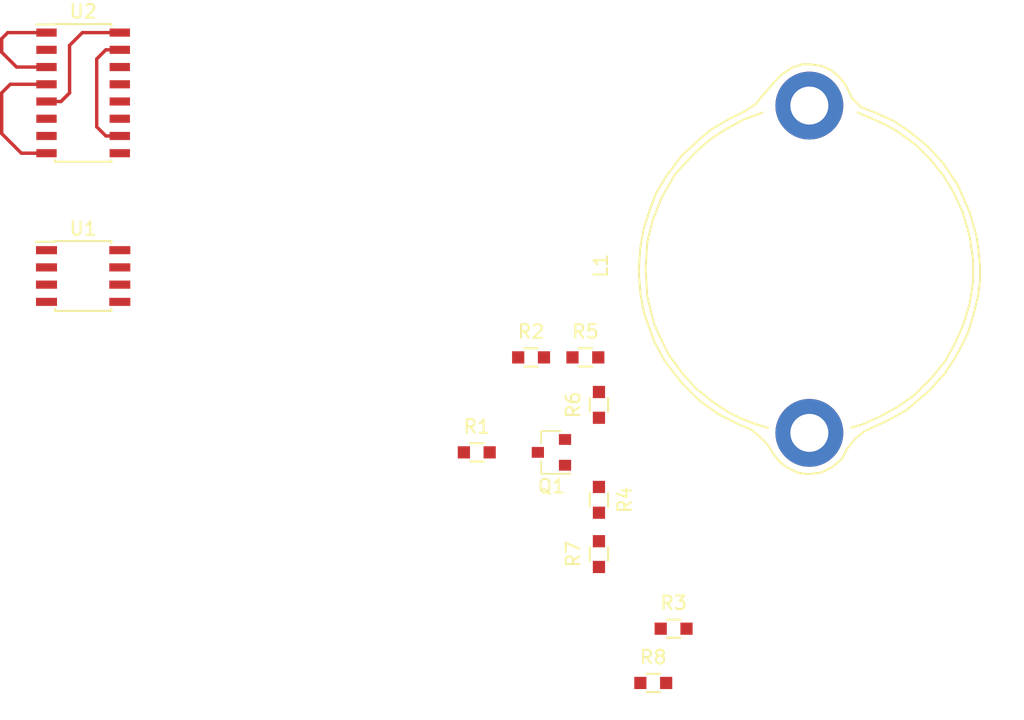
<source format=kicad_pcb>
(kicad_pcb (version 4) (host pcbnew 4.0.7-e0-6372~58~ubuntu16.10.1)

  (general
    (links 15)
    (no_connects 11)
    (area 0 0 0 0)
    (thickness 1.6)
    (drawings 0)
    (tracks 21)
    (zones 0)
    (modules 12)
    (nets 11)
  )

  (page A4)
  (layers
    (0 F.Cu signal)
    (31 B.Cu signal)
    (32 B.Adhes user)
    (33 F.Adhes user)
    (34 B.Paste user)
    (35 F.Paste user)
    (36 B.SilkS user)
    (37 F.SilkS user)
    (38 B.Mask user)
    (39 F.Mask user)
    (40 Dwgs.User user)
    (41 Cmts.User user)
    (42 Eco1.User user)
    (43 Eco2.User user)
    (44 Edge.Cuts user)
    (45 Margin user)
    (46 B.CrtYd user)
    (47 F.CrtYd user)
    (48 B.Fab user)
    (49 F.Fab user)
  )

  (setup
    (last_trace_width 0.25)
    (trace_clearance 0.2)
    (zone_clearance 0.508)
    (zone_45_only no)
    (trace_min 0.2)
    (segment_width 0.2)
    (edge_width 0.15)
    (via_size 0.6)
    (via_drill 0.4)
    (via_min_size 0.4)
    (via_min_drill 0.3)
    (uvia_size 0.3)
    (uvia_drill 0.1)
    (uvias_allowed no)
    (uvia_min_size 0.2)
    (uvia_min_drill 0.1)
    (pcb_text_width 0.3)
    (pcb_text_size 1.5 1.5)
    (mod_edge_width 0.15)
    (mod_text_size 1 1)
    (mod_text_width 0.15)
    (pad_size 1.524 1.524)
    (pad_drill 0.762)
    (pad_to_mask_clearance 0.2)
    (aux_axis_origin 0 0)
    (visible_elements FFFFFF7F)
    (pcbplotparams
      (layerselection 0x00030_80000001)
      (usegerberextensions false)
      (excludeedgelayer true)
      (linewidth 0.100000)
      (plotframeref false)
      (viasonmask false)
      (mode 1)
      (useauxorigin false)
      (hpglpennumber 1)
      (hpglpenspeed 20)
      (hpglpendiameter 15)
      (hpglpenoverlay 2)
      (psnegative false)
      (psa4output false)
      (plotreference true)
      (plotvalue true)
      (plotinvisibletext false)
      (padsonsilk false)
      (subtractmaskfromsilk false)
      (outputformat 1)
      (mirror false)
      (drillshape 1)
      (scaleselection 1)
      (outputdirectory ""))
  )

  (net 0 "")
  (net 1 "Net-(J1-Pad1)")
  (net 2 "Net-(L1-Pad2)")
  (net 3 "Net-(C1-Pad1)")
  (net 4 "Net-(Q1-Pad2)")
  (net 5 "Net-(Q1-Pad3)")
  (net 6 GNDA)
  (net 7 AudioIn)
  (net 8 AudioOut)
  (net 9 FXIN)
  (net 10 "Net-(R12-Pad2)")

  (net_class Default "This is the default net class."
    (clearance 0.2)
    (trace_width 0.25)
    (via_dia 0.6)
    (via_drill 0.4)
    (uvia_dia 0.3)
    (uvia_drill 0.1)
    (add_net AudioIn)
    (add_net AudioOut)
    (add_net FXIN)
    (add_net GNDA)
    (add_net "Net-(C1-Pad1)")
    (add_net "Net-(J1-Pad1)")
    (add_net "Net-(L1-Pad2)")
    (add_net "Net-(Q1-Pad2)")
    (add_net "Net-(Q1-Pad3)")
    (add_net "Net-(R12-Pad2)")
  )

  (module Choke_Radial_ThroughHole:Choke_Radial_27mm_2,8mm-Drills_CD_Bobin_Type_No1410311 (layer F.Cu) (tedit 0) (tstamp 5A9D3F17)
    (at 136 91 90)
    (descr "Choke, Radial, Bobin Type, Diameter, 27mm, 2.8mm Drill, C&D, No.1410311, 22uH, 11A,")
    (tags "Choke, Radial, Bobin Type, Diameter, 27mm, 2.8mm Drill, C&D, No.1410311, 22uH, 11A,")
    (path /5A9D3C2D)
    (fp_text reference L1 (at 0.254 -15.367 90) (layer F.SilkS)
      (effects (font (size 1 1) (thickness 0.15)))
    )
    (fp_text value L (at 1.905 14.986 90) (layer F.Fab)
      (effects (font (size 1 1) (thickness 0.15)))
    )
    (fp_line (start -11.684 -3.048) (end -11.43 -3.937) (layer F.SilkS) (width 0.15))
    (fp_line (start -11.43 -3.937) (end -11.049 -4.953) (layer F.SilkS) (width 0.15))
    (fp_line (start -11.049 -4.953) (end -10.541 -5.969) (layer F.SilkS) (width 0.15))
    (fp_line (start -10.541 -5.969) (end -9.779 -7.112) (layer F.SilkS) (width 0.15))
    (fp_line (start -9.779 -7.112) (end -8.763 -8.382) (layer F.SilkS) (width 0.15))
    (fp_line (start -8.763 -8.382) (end -7.62 -9.398) (layer F.SilkS) (width 0.15))
    (fp_line (start -7.62 -9.398) (end -6.223 -10.414) (layer F.SilkS) (width 0.15))
    (fp_line (start -6.223 -10.414) (end -4.064 -11.43) (layer F.SilkS) (width 0.15))
    (fp_line (start -4.064 -11.43) (end -2.032 -11.938) (layer F.SilkS) (width 0.15))
    (fp_line (start -2.032 -11.938) (end 0 -12.065) (layer F.SilkS) (width 0.15))
    (fp_line (start 0 -12.065) (end 2.032 -11.938) (layer F.SilkS) (width 0.15))
    (fp_line (start 2.032 -11.938) (end 3.556 -11.557) (layer F.SilkS) (width 0.15))
    (fp_line (start 3.556 -11.557) (end 5.207 -10.922) (layer F.SilkS) (width 0.15))
    (fp_line (start 5.207 -10.922) (end 6.985 -9.906) (layer F.SilkS) (width 0.15))
    (fp_line (start 6.985 -9.906) (end 8.509 -8.509) (layer F.SilkS) (width 0.15))
    (fp_line (start 8.509 -8.509) (end 9.525 -7.366) (layer F.SilkS) (width 0.15))
    (fp_line (start 9.525 -7.366) (end 10.287 -6.223) (layer F.SilkS) (width 0.15))
    (fp_line (start 10.287 -6.223) (end 11.049 -4.826) (layer F.SilkS) (width 0.15))
    (fp_line (start 11.049 -4.826) (end 11.557 -3.429) (layer F.SilkS) (width 0.15))
    (fp_line (start 11.557 3.556) (end 11.176 4.445) (layer F.SilkS) (width 0.15))
    (fp_line (start 11.176 4.445) (end 10.668 5.588) (layer F.SilkS) (width 0.15))
    (fp_line (start 10.668 5.588) (end 10.16 6.477) (layer F.SilkS) (width 0.15))
    (fp_line (start 10.16 6.477) (end 9.144 7.874) (layer F.SilkS) (width 0.15))
    (fp_line (start 9.144 7.874) (end 8.128 8.89) (layer F.SilkS) (width 0.15))
    (fp_line (start 8.128 8.89) (end 6.858 9.906) (layer F.SilkS) (width 0.15))
    (fp_line (start 6.858 9.906) (end 5.588 10.668) (layer F.SilkS) (width 0.15))
    (fp_line (start 5.588 10.668) (end 4.191 11.303) (layer F.SilkS) (width 0.15))
    (fp_line (start 4.191 11.303) (end 2.413 11.811) (layer F.SilkS) (width 0.15))
    (fp_line (start 2.413 11.811) (end 0.635 12.065) (layer F.SilkS) (width 0.15))
    (fp_line (start 0.635 12.065) (end -0.889 12.065) (layer F.SilkS) (width 0.15))
    (fp_line (start -0.889 12.065) (end -2.54 11.811) (layer F.SilkS) (width 0.15))
    (fp_line (start -2.54 11.811) (end -4.191 11.303) (layer F.SilkS) (width 0.15))
    (fp_line (start -4.191 11.303) (end -5.588 10.668) (layer F.SilkS) (width 0.15))
    (fp_line (start -5.588 10.668) (end -6.731 10.033) (layer F.SilkS) (width 0.15))
    (fp_line (start -6.731 10.033) (end -8.001 9.017) (layer F.SilkS) (width 0.15))
    (fp_line (start -8.001 9.017) (end -9.271 7.747) (layer F.SilkS) (width 0.15))
    (fp_line (start -9.271 7.747) (end -10.16 6.477) (layer F.SilkS) (width 0.15))
    (fp_line (start -10.16 6.477) (end -10.795 5.334) (layer F.SilkS) (width 0.15))
    (fp_line (start -10.795 5.334) (end -11.43 3.937) (layer F.SilkS) (width 0.15))
    (fp_line (start -11.43 3.937) (end -11.684 3.048) (layer F.SilkS) (width 0.15))
    (fp_line (start 15.113 0) (end 14.986 0.889) (layer F.SilkS) (width 0.15))
    (fp_line (start 14.986 0.889) (end 14.732 1.524) (layer F.SilkS) (width 0.15))
    (fp_line (start 14.732 1.524) (end 14.224 2.159) (layer F.SilkS) (width 0.15))
    (fp_line (start 14.224 2.159) (end 13.589 2.667) (layer F.SilkS) (width 0.15))
    (fp_line (start 13.589 2.667) (end 12.573 3.175) (layer F.SilkS) (width 0.15))
    (fp_line (start 12.573 3.175) (end 11.938 3.81) (layer F.SilkS) (width 0.15))
    (fp_line (start 11.938 3.81) (end 11.557 4.826) (layer F.SilkS) (width 0.15))
    (fp_line (start 11.557 4.826) (end 10.922 6.223) (layer F.SilkS) (width 0.15))
    (fp_line (start 10.922 6.223) (end 10.16 7.366) (layer F.SilkS) (width 0.15))
    (fp_line (start 10.16 7.366) (end 9.017 8.763) (layer F.SilkS) (width 0.15))
    (fp_line (start 9.017 8.763) (end 7.747 9.906) (layer F.SilkS) (width 0.15))
    (fp_line (start 7.747 9.906) (end 6.223 10.922) (layer F.SilkS) (width 0.15))
    (fp_line (start 6.223 10.922) (end 4.191 11.811) (layer F.SilkS) (width 0.15))
    (fp_line (start 4.191 11.811) (end 2.413 12.319) (layer F.SilkS) (width 0.15))
    (fp_line (start 2.413 12.319) (end 1.524 12.446) (layer F.SilkS) (width 0.15))
    (fp_line (start 1.524 12.446) (end 0.254 12.573) (layer F.SilkS) (width 0.15))
    (fp_line (start 0.254 12.573) (end -0.762 12.573) (layer F.SilkS) (width 0.15))
    (fp_line (start -0.762 12.573) (end -1.905 12.446) (layer F.SilkS) (width 0.15))
    (fp_line (start -1.905 12.446) (end -3.429 12.065) (layer F.SilkS) (width 0.15))
    (fp_line (start -3.429 12.065) (end -4.699 11.684) (layer F.SilkS) (width 0.15))
    (fp_line (start -4.699 11.684) (end -6.223 10.922) (layer F.SilkS) (width 0.15))
    (fp_line (start -6.223 10.922) (end -7.62 10.033) (layer F.SilkS) (width 0.15))
    (fp_line (start -7.62 10.033) (end -9.017 8.763) (layer F.SilkS) (width 0.15))
    (fp_line (start -9.017 8.763) (end -10.414 7.112) (layer F.SilkS) (width 0.15))
    (fp_line (start -10.414 7.112) (end -11.176 5.715) (layer F.SilkS) (width 0.15))
    (fp_line (start -11.176 5.715) (end -11.938 4.064) (layer F.SilkS) (width 0.15))
    (fp_line (start -11.938 4.064) (end -12.446 3.429) (layer F.SilkS) (width 0.15))
    (fp_line (start -12.446 3.429) (end -13.208 2.794) (layer F.SilkS) (width 0.15))
    (fp_line (start -13.208 2.794) (end -13.97 2.413) (layer F.SilkS) (width 0.15))
    (fp_line (start -13.97 2.413) (end -14.605 1.651) (layer F.SilkS) (width 0.15))
    (fp_line (start -14.605 1.651) (end -14.986 0.889) (layer F.SilkS) (width 0.15))
    (fp_line (start -14.986 0.889) (end -15.113 -0.127) (layer F.SilkS) (width 0.15))
    (fp_line (start -15.113 -0.127) (end -14.986 -0.889) (layer F.SilkS) (width 0.15))
    (fp_line (start -14.986 -0.889) (end -14.605 -1.651) (layer F.SilkS) (width 0.15))
    (fp_line (start -14.605 -1.651) (end -14.224 -2.159) (layer F.SilkS) (width 0.15))
    (fp_line (start -14.224 -2.159) (end -13.589 -2.667) (layer F.SilkS) (width 0.15))
    (fp_line (start -13.589 -2.667) (end -12.954 -3.048) (layer F.SilkS) (width 0.15))
    (fp_line (start -12.954 -3.048) (end -12.319 -3.683) (layer F.SilkS) (width 0.15))
    (fp_line (start -12.319 -3.683) (end -11.811 -4.318) (layer F.SilkS) (width 0.15))
    (fp_line (start -11.811 -4.318) (end -11.43 -5.207) (layer F.SilkS) (width 0.15))
    (fp_line (start -11.43 -5.207) (end -10.668 -6.731) (layer F.SilkS) (width 0.15))
    (fp_line (start -10.668 -6.731) (end -9.652 -8.128) (layer F.SilkS) (width 0.15))
    (fp_line (start -9.652 -8.128) (end -8.382 -9.398) (layer F.SilkS) (width 0.15))
    (fp_line (start -8.382 -9.398) (end -6.731 -10.668) (layer F.SilkS) (width 0.15))
    (fp_line (start -6.731 -10.668) (end -5.334 -11.43) (layer F.SilkS) (width 0.15))
    (fp_line (start -5.334 -11.43) (end -3.175 -12.192) (layer F.SilkS) (width 0.15))
    (fp_line (start -3.175 -12.192) (end -1.778 -12.446) (layer F.SilkS) (width 0.15))
    (fp_line (start -1.778 -12.446) (end -0.127 -12.573) (layer F.SilkS) (width 0.15))
    (fp_line (start -0.127 -12.573) (end 1.651 -12.446) (layer F.SilkS) (width 0.15))
    (fp_line (start 1.651 -12.446) (end 3.048 -12.192) (layer F.SilkS) (width 0.15))
    (fp_line (start 3.048 -12.192) (end 4.572 -11.684) (layer F.SilkS) (width 0.15))
    (fp_line (start 4.572 -11.684) (end 5.588 -11.303) (layer F.SilkS) (width 0.15))
    (fp_line (start 5.588 -11.303) (end 6.858 -10.541) (layer F.SilkS) (width 0.15))
    (fp_line (start 6.858 -10.541) (end 8.382 -9.398) (layer F.SilkS) (width 0.15))
    (fp_line (start 8.382 -9.398) (end 9.652 -8.001) (layer F.SilkS) (width 0.15))
    (fp_line (start 9.652 -8.001) (end 10.287 -7.239) (layer F.SilkS) (width 0.15))
    (fp_line (start 10.287 -7.239) (end 11.049 -5.969) (layer F.SilkS) (width 0.15))
    (fp_line (start 11.049 -5.969) (end 11.684 -4.699) (layer F.SilkS) (width 0.15))
    (fp_line (start 11.684 -4.699) (end 12.192 -3.937) (layer F.SilkS) (width 0.15))
    (fp_line (start 12.192 -3.937) (end 12.827 -3.429) (layer F.SilkS) (width 0.15))
    (fp_line (start 12.827 -3.429) (end 13.843 -2.54) (layer F.SilkS) (width 0.15))
    (fp_line (start 13.843 -2.54) (end 14.351 -2.032) (layer F.SilkS) (width 0.15))
    (fp_line (start 14.351 -2.032) (end 14.859 -1.27) (layer F.SilkS) (width 0.15))
    (fp_line (start 14.859 -1.27) (end 15.113 -0.508) (layer F.SilkS) (width 0.15))
    (fp_line (start 15.113 -0.508) (end 15.113 0) (layer F.SilkS) (width 0.15))
    (pad 1 thru_hole circle (at 12.065 0 90) (size 5.00126 5.00126) (drill 2.79908) (layers *.Cu *.Mask)
      (net 1 "Net-(J1-Pad1)"))
    (pad 2 thru_hole circle (at -12.065 0 90) (size 5.00126 5.00126) (drill 2.79908) (layers *.Cu *.Mask)
      (net 2 "Net-(L1-Pad2)"))
  )

  (module TO_SOT_Packages_SMD:SOT-23 (layer F.Cu) (tedit 58CE4E7E) (tstamp 5A9D3F1E)
    (at 117 104.5 180)
    (descr "SOT-23, Standard")
    (tags SOT-23)
    (path /5A9D6467)
    (attr smd)
    (fp_text reference Q1 (at 0 -2.5 180) (layer F.SilkS)
      (effects (font (size 1 1) (thickness 0.15)))
    )
    (fp_text value Q_NPN_BEC (at 0 2.5 180) (layer F.Fab)
      (effects (font (size 1 1) (thickness 0.15)))
    )
    (fp_text user %R (at 0 0 270) (layer F.Fab)
      (effects (font (size 0.5 0.5) (thickness 0.075)))
    )
    (fp_line (start -0.7 -0.95) (end -0.7 1.5) (layer F.Fab) (width 0.1))
    (fp_line (start -0.15 -1.52) (end 0.7 -1.52) (layer F.Fab) (width 0.1))
    (fp_line (start -0.7 -0.95) (end -0.15 -1.52) (layer F.Fab) (width 0.1))
    (fp_line (start 0.7 -1.52) (end 0.7 1.52) (layer F.Fab) (width 0.1))
    (fp_line (start -0.7 1.52) (end 0.7 1.52) (layer F.Fab) (width 0.1))
    (fp_line (start 0.76 1.58) (end 0.76 0.65) (layer F.SilkS) (width 0.12))
    (fp_line (start 0.76 -1.58) (end 0.76 -0.65) (layer F.SilkS) (width 0.12))
    (fp_line (start -1.7 -1.75) (end 1.7 -1.75) (layer F.CrtYd) (width 0.05))
    (fp_line (start 1.7 -1.75) (end 1.7 1.75) (layer F.CrtYd) (width 0.05))
    (fp_line (start 1.7 1.75) (end -1.7 1.75) (layer F.CrtYd) (width 0.05))
    (fp_line (start -1.7 1.75) (end -1.7 -1.75) (layer F.CrtYd) (width 0.05))
    (fp_line (start 0.76 -1.58) (end -1.4 -1.58) (layer F.SilkS) (width 0.12))
    (fp_line (start 0.76 1.58) (end -0.7 1.58) (layer F.SilkS) (width 0.12))
    (pad 1 smd rect (at -1 -0.95 180) (size 0.9 0.8) (layers F.Cu F.Paste F.Mask)
      (net 3 "Net-(C1-Pad1)"))
    (pad 2 smd rect (at -1 0.95 180) (size 0.9 0.8) (layers F.Cu F.Paste F.Mask)
      (net 4 "Net-(Q1-Pad2)"))
    (pad 3 smd rect (at 1 0 180) (size 0.9 0.8) (layers F.Cu F.Paste F.Mask)
      (net 5 "Net-(Q1-Pad3)"))
    (model ${KISYS3DMOD}/TO_SOT_Packages_SMD.3dshapes/SOT-23.wrl
      (at (xyz 0 0 0))
      (scale (xyz 1 1 1))
      (rotate (xyz 0 0 0))
    )
  )

  (module Resistors_SMD_Addons:R_0603_HandSolder (layer F.Cu) (tedit 583AC727) (tstamp 5A9D3F24)
    (at 111.5 104.5)
    (descr "Resistor SMD 0603, reflow soldering, Vishay (see dcrcw.pdf)")
    (tags "resistor 0603 hand solder")
    (path /5A9D3A1E)
    (attr smd)
    (fp_text reference R1 (at 0 -1.9) (layer F.SilkS)
      (effects (font (size 1 1) (thickness 0.15)))
    )
    (fp_text value 22K (at 0 1.9) (layer F.Fab)
      (effects (font (size 1 1) (thickness 0.15)))
    )
    (fp_line (start -0.8 0.4) (end -0.8 -0.4) (layer F.Fab) (width 0.1))
    (fp_line (start 0.8 0.4) (end -0.8 0.4) (layer F.Fab) (width 0.1))
    (fp_line (start 0.8 -0.4) (end 0.8 0.4) (layer F.Fab) (width 0.1))
    (fp_line (start -0.8 -0.4) (end 0.8 -0.4) (layer F.Fab) (width 0.1))
    (fp_line (start -1.3 -0.8) (end 1.3 -0.8) (layer F.CrtYd) (width 0.05))
    (fp_line (start -1.3 0.8) (end 1.3 0.8) (layer F.CrtYd) (width 0.05))
    (fp_line (start -1.3 -0.8) (end -1.3 0.8) (layer F.CrtYd) (width 0.05))
    (fp_line (start 1.3 -0.8) (end 1.3 0.8) (layer F.CrtYd) (width 0.05))
    (fp_line (start 0.5 0.675) (end -0.5 0.675) (layer F.SilkS) (width 0.15))
    (fp_line (start -0.5 -0.675) (end 0.5 -0.675) (layer F.SilkS) (width 0.15))
    (pad 1 smd rect (at -0.95 0) (size 0.9 0.9) (layers F.Cu F.Paste F.Mask))
    (pad 2 smd rect (at 0.95 0) (size 0.9 0.9) (layers F.Cu F.Paste F.Mask)
      (net 5 "Net-(Q1-Pad3)"))
    (model Resistors_SMD.3dshapes/R_0603.wrl
      (at (xyz 0 0 0))
      (scale (xyz 1 1 1))
      (rotate (xyz 0 0 0))
    )
  )

  (module Resistors_SMD_Addons:R_0603_HandSolder (layer F.Cu) (tedit 583AC727) (tstamp 5A9D3F2A)
    (at 115.5 97.5)
    (descr "Resistor SMD 0603, reflow soldering, Vishay (see dcrcw.pdf)")
    (tags "resistor 0603 hand solder")
    (path /5A9D3F7A)
    (attr smd)
    (fp_text reference R2 (at 0 -1.9) (layer F.SilkS)
      (effects (font (size 1 1) (thickness 0.15)))
    )
    (fp_text value 470K (at 0 1.9) (layer F.Fab)
      (effects (font (size 1 1) (thickness 0.15)))
    )
    (fp_line (start -0.8 0.4) (end -0.8 -0.4) (layer F.Fab) (width 0.1))
    (fp_line (start 0.8 0.4) (end -0.8 0.4) (layer F.Fab) (width 0.1))
    (fp_line (start 0.8 -0.4) (end 0.8 0.4) (layer F.Fab) (width 0.1))
    (fp_line (start -0.8 -0.4) (end 0.8 -0.4) (layer F.Fab) (width 0.1))
    (fp_line (start -1.3 -0.8) (end 1.3 -0.8) (layer F.CrtYd) (width 0.05))
    (fp_line (start -1.3 0.8) (end 1.3 0.8) (layer F.CrtYd) (width 0.05))
    (fp_line (start -1.3 -0.8) (end -1.3 0.8) (layer F.CrtYd) (width 0.05))
    (fp_line (start 1.3 -0.8) (end 1.3 0.8) (layer F.CrtYd) (width 0.05))
    (fp_line (start 0.5 0.675) (end -0.5 0.675) (layer F.SilkS) (width 0.15))
    (fp_line (start -0.5 -0.675) (end 0.5 -0.675) (layer F.SilkS) (width 0.15))
    (pad 1 smd rect (at -0.95 0) (size 0.9 0.9) (layers F.Cu F.Paste F.Mask)
      (net 5 "Net-(Q1-Pad3)"))
    (pad 2 smd rect (at 0.95 0) (size 0.9 0.9) (layers F.Cu F.Paste F.Mask)
      (net 1 "Net-(J1-Pad1)"))
    (model Resistors_SMD.3dshapes/R_0603.wrl
      (at (xyz 0 0 0))
      (scale (xyz 1 1 1))
      (rotate (xyz 0 0 0))
    )
  )

  (module Resistors_SMD_Addons:R_0603_HandSolder (layer F.Cu) (tedit 583AC727) (tstamp 5A9D3F30)
    (at 126 117.5)
    (descr "Resistor SMD 0603, reflow soldering, Vishay (see dcrcw.pdf)")
    (tags "resistor 0603 hand solder")
    (path /5A9D363D)
    (attr smd)
    (fp_text reference R3 (at 0 -1.9) (layer F.SilkS)
      (effects (font (size 1 1) (thickness 0.15)))
    )
    (fp_text value 68K (at 0 1.9) (layer F.Fab)
      (effects (font (size 1 1) (thickness 0.15)))
    )
    (fp_line (start -0.8 0.4) (end -0.8 -0.4) (layer F.Fab) (width 0.1))
    (fp_line (start 0.8 0.4) (end -0.8 0.4) (layer F.Fab) (width 0.1))
    (fp_line (start 0.8 -0.4) (end 0.8 0.4) (layer F.Fab) (width 0.1))
    (fp_line (start -0.8 -0.4) (end 0.8 -0.4) (layer F.Fab) (width 0.1))
    (fp_line (start -1.3 -0.8) (end 1.3 -0.8) (layer F.CrtYd) (width 0.05))
    (fp_line (start -1.3 0.8) (end 1.3 0.8) (layer F.CrtYd) (width 0.05))
    (fp_line (start -1.3 -0.8) (end -1.3 0.8) (layer F.CrtYd) (width 0.05))
    (fp_line (start 1.3 -0.8) (end 1.3 0.8) (layer F.CrtYd) (width 0.05))
    (fp_line (start 0.5 0.675) (end -0.5 0.675) (layer F.SilkS) (width 0.15))
    (fp_line (start -0.5 -0.675) (end 0.5 -0.675) (layer F.SilkS) (width 0.15))
    (pad 1 smd rect (at -0.95 0) (size 0.9 0.9) (layers F.Cu F.Paste F.Mask))
    (pad 2 smd rect (at 0.95 0) (size 0.9 0.9) (layers F.Cu F.Paste F.Mask))
    (model Resistors_SMD.3dshapes/R_0603.wrl
      (at (xyz 0 0 0))
      (scale (xyz 1 1 1))
      (rotate (xyz 0 0 0))
    )
  )

  (module Resistors_SMD_Addons:R_0603_HandSolder (layer F.Cu) (tedit 583AC727) (tstamp 5A9D3F36)
    (at 120.5 108 270)
    (descr "Resistor SMD 0603, reflow soldering, Vishay (see dcrcw.pdf)")
    (tags "resistor 0603 hand solder")
    (path /5A9D396B)
    (attr smd)
    (fp_text reference R4 (at 0 -1.9 270) (layer F.SilkS)
      (effects (font (size 1 1) (thickness 0.15)))
    )
    (fp_text value 1K5 (at 0 1.9 270) (layer F.Fab)
      (effects (font (size 1 1) (thickness 0.15)))
    )
    (fp_line (start -0.8 0.4) (end -0.8 -0.4) (layer F.Fab) (width 0.1))
    (fp_line (start 0.8 0.4) (end -0.8 0.4) (layer F.Fab) (width 0.1))
    (fp_line (start 0.8 -0.4) (end 0.8 0.4) (layer F.Fab) (width 0.1))
    (fp_line (start -0.8 -0.4) (end 0.8 -0.4) (layer F.Fab) (width 0.1))
    (fp_line (start -1.3 -0.8) (end 1.3 -0.8) (layer F.CrtYd) (width 0.05))
    (fp_line (start -1.3 0.8) (end 1.3 0.8) (layer F.CrtYd) (width 0.05))
    (fp_line (start -1.3 -0.8) (end -1.3 0.8) (layer F.CrtYd) (width 0.05))
    (fp_line (start 1.3 -0.8) (end 1.3 0.8) (layer F.CrtYd) (width 0.05))
    (fp_line (start 0.5 0.675) (end -0.5 0.675) (layer F.SilkS) (width 0.15))
    (fp_line (start -0.5 -0.675) (end 0.5 -0.675) (layer F.SilkS) (width 0.15))
    (pad 1 smd rect (at -0.95 0 270) (size 0.9 0.9) (layers F.Cu F.Paste F.Mask)
      (net 3 "Net-(C1-Pad1)"))
    (pad 2 smd rect (at 0.95 0 270) (size 0.9 0.9) (layers F.Cu F.Paste F.Mask)
      (net 2 "Net-(L1-Pad2)"))
    (model Resistors_SMD.3dshapes/R_0603.wrl
      (at (xyz 0 0 0))
      (scale (xyz 1 1 1))
      (rotate (xyz 0 0 0))
    )
  )

  (module Resistors_SMD_Addons:R_0603_HandSolder (layer F.Cu) (tedit 583AC727) (tstamp 5A9D3F3C)
    (at 119.5 97.5)
    (descr "Resistor SMD 0603, reflow soldering, Vishay (see dcrcw.pdf)")
    (tags "resistor 0603 hand solder")
    (path /5A9D418A)
    (attr smd)
    (fp_text reference R5 (at 0 -1.9) (layer F.SilkS)
      (effects (font (size 1 1) (thickness 0.15)))
    )
    (fp_text value 82K (at 0 1.9) (layer F.Fab)
      (effects (font (size 1 1) (thickness 0.15)))
    )
    (fp_line (start -0.8 0.4) (end -0.8 -0.4) (layer F.Fab) (width 0.1))
    (fp_line (start 0.8 0.4) (end -0.8 0.4) (layer F.Fab) (width 0.1))
    (fp_line (start 0.8 -0.4) (end 0.8 0.4) (layer F.Fab) (width 0.1))
    (fp_line (start -0.8 -0.4) (end 0.8 -0.4) (layer F.Fab) (width 0.1))
    (fp_line (start -1.3 -0.8) (end 1.3 -0.8) (layer F.CrtYd) (width 0.05))
    (fp_line (start -1.3 0.8) (end 1.3 0.8) (layer F.CrtYd) (width 0.05))
    (fp_line (start -1.3 -0.8) (end -1.3 0.8) (layer F.CrtYd) (width 0.05))
    (fp_line (start 1.3 -0.8) (end 1.3 0.8) (layer F.CrtYd) (width 0.05))
    (fp_line (start 0.5 0.675) (end -0.5 0.675) (layer F.SilkS) (width 0.15))
    (fp_line (start -0.5 -0.675) (end 0.5 -0.675) (layer F.SilkS) (width 0.15))
    (pad 1 smd rect (at -0.95 0) (size 0.9 0.9) (layers F.Cu F.Paste F.Mask)
      (net 1 "Net-(J1-Pad1)"))
    (pad 2 smd rect (at 0.95 0) (size 0.9 0.9) (layers F.Cu F.Paste F.Mask)
      (net 6 GNDA))
    (model Resistors_SMD.3dshapes/R_0603.wrl
      (at (xyz 0 0 0))
      (scale (xyz 1 1 1))
      (rotate (xyz 0 0 0))
    )
  )

  (module Resistors_SMD_Addons:R_0603_HandSolder (layer F.Cu) (tedit 583AC727) (tstamp 5A9D3F42)
    (at 120.5 101 90)
    (descr "Resistor SMD 0603, reflow soldering, Vishay (see dcrcw.pdf)")
    (tags "resistor 0603 hand solder")
    (path /5A9D3B32)
    (attr smd)
    (fp_text reference R6 (at 0 -1.9 90) (layer F.SilkS)
      (effects (font (size 1 1) (thickness 0.15)))
    )
    (fp_text value 390R (at 0 1.9 90) (layer F.Fab)
      (effects (font (size 1 1) (thickness 0.15)))
    )
    (fp_line (start -0.8 0.4) (end -0.8 -0.4) (layer F.Fab) (width 0.1))
    (fp_line (start 0.8 0.4) (end -0.8 0.4) (layer F.Fab) (width 0.1))
    (fp_line (start 0.8 -0.4) (end 0.8 0.4) (layer F.Fab) (width 0.1))
    (fp_line (start -0.8 -0.4) (end 0.8 -0.4) (layer F.Fab) (width 0.1))
    (fp_line (start -1.3 -0.8) (end 1.3 -0.8) (layer F.CrtYd) (width 0.05))
    (fp_line (start -1.3 0.8) (end 1.3 0.8) (layer F.CrtYd) (width 0.05))
    (fp_line (start -1.3 -0.8) (end -1.3 0.8) (layer F.CrtYd) (width 0.05))
    (fp_line (start 1.3 -0.8) (end 1.3 0.8) (layer F.CrtYd) (width 0.05))
    (fp_line (start 0.5 0.675) (end -0.5 0.675) (layer F.SilkS) (width 0.15))
    (fp_line (start -0.5 -0.675) (end 0.5 -0.675) (layer F.SilkS) (width 0.15))
    (pad 1 smd rect (at -0.95 0 90) (size 0.9 0.9) (layers F.Cu F.Paste F.Mask)
      (net 4 "Net-(Q1-Pad2)"))
    (pad 2 smd rect (at 0.95 0 90) (size 0.9 0.9) (layers F.Cu F.Paste F.Mask)
      (net 6 GNDA))
    (model Resistors_SMD.3dshapes/R_0603.wrl
      (at (xyz 0 0 0))
      (scale (xyz 1 1 1))
      (rotate (xyz 0 0 0))
    )
  )

  (module Resistors_SMD_Addons:R_0603_HandSolder (layer F.Cu) (tedit 583AC727) (tstamp 5A9D3F48)
    (at 120.5 112 90)
    (descr "Resistor SMD 0603, reflow soldering, Vishay (see dcrcw.pdf)")
    (tags "resistor 0603 hand solder")
    (path /5A9D3D88)
    (attr smd)
    (fp_text reference R7 (at 0 -1.9 90) (layer F.SilkS)
      (effects (font (size 1 1) (thickness 0.15)))
    )
    (fp_text value R (at 0 1.9 90) (layer F.Fab)
      (effects (font (size 1 1) (thickness 0.15)))
    )
    (fp_line (start -0.8 0.4) (end -0.8 -0.4) (layer F.Fab) (width 0.1))
    (fp_line (start 0.8 0.4) (end -0.8 0.4) (layer F.Fab) (width 0.1))
    (fp_line (start 0.8 -0.4) (end 0.8 0.4) (layer F.Fab) (width 0.1))
    (fp_line (start -0.8 -0.4) (end 0.8 -0.4) (layer F.Fab) (width 0.1))
    (fp_line (start -1.3 -0.8) (end 1.3 -0.8) (layer F.CrtYd) (width 0.05))
    (fp_line (start -1.3 0.8) (end 1.3 0.8) (layer F.CrtYd) (width 0.05))
    (fp_line (start -1.3 -0.8) (end -1.3 0.8) (layer F.CrtYd) (width 0.05))
    (fp_line (start 1.3 -0.8) (end 1.3 0.8) (layer F.CrtYd) (width 0.05))
    (fp_line (start 0.5 0.675) (end -0.5 0.675) (layer F.SilkS) (width 0.15))
    (fp_line (start -0.5 -0.675) (end 0.5 -0.675) (layer F.SilkS) (width 0.15))
    (pad 1 smd rect (at -0.95 0 90) (size 0.9 0.9) (layers F.Cu F.Paste F.Mask))
    (pad 2 smd rect (at 0.95 0 90) (size 0.9 0.9) (layers F.Cu F.Paste F.Mask)
      (net 2 "Net-(L1-Pad2)"))
    (model Resistors_SMD.3dshapes/R_0603.wrl
      (at (xyz 0 0 0))
      (scale (xyz 1 1 1))
      (rotate (xyz 0 0 0))
    )
  )

  (module Resistors_SMD_Addons:R_0603_HandSolder (layer F.Cu) (tedit 583AC727) (tstamp 5A9D3F4E)
    (at 124.5 121.5)
    (descr "Resistor SMD 0603, reflow soldering, Vishay (see dcrcw.pdf)")
    (tags "resistor 0603 hand solder")
    (path /5A9D546F)
    (attr smd)
    (fp_text reference R8 (at 0 -1.9) (layer F.SilkS)
      (effects (font (size 1 1) (thickness 0.15)))
    )
    (fp_text value R (at 0 1.9) (layer F.Fab)
      (effects (font (size 1 1) (thickness 0.15)))
    )
    (fp_line (start -0.8 0.4) (end -0.8 -0.4) (layer F.Fab) (width 0.1))
    (fp_line (start 0.8 0.4) (end -0.8 0.4) (layer F.Fab) (width 0.1))
    (fp_line (start 0.8 -0.4) (end 0.8 0.4) (layer F.Fab) (width 0.1))
    (fp_line (start -0.8 -0.4) (end 0.8 -0.4) (layer F.Fab) (width 0.1))
    (fp_line (start -1.3 -0.8) (end 1.3 -0.8) (layer F.CrtYd) (width 0.05))
    (fp_line (start -1.3 0.8) (end 1.3 0.8) (layer F.CrtYd) (width 0.05))
    (fp_line (start -1.3 -0.8) (end -1.3 0.8) (layer F.CrtYd) (width 0.05))
    (fp_line (start 1.3 -0.8) (end 1.3 0.8) (layer F.CrtYd) (width 0.05))
    (fp_line (start 0.5 0.675) (end -0.5 0.675) (layer F.SilkS) (width 0.15))
    (fp_line (start -0.5 -0.675) (end 0.5 -0.675) (layer F.SilkS) (width 0.15))
    (pad 1 smd rect (at -0.95 0) (size 0.9 0.9) (layers F.Cu F.Paste F.Mask))
    (pad 2 smd rect (at 0.95 0) (size 0.9 0.9) (layers F.Cu F.Paste F.Mask))
    (model Resistors_SMD.3dshapes/R_0603.wrl
      (at (xyz 0 0 0))
      (scale (xyz 1 1 1))
      (rotate (xyz 0 0 0))
    )
  )

  (module Housings_SOIC:SOIC-8_3.9x4.9mm_Pitch1.27mm (layer F.Cu) (tedit 58CD0CDA) (tstamp 5A9D3F5A)
    (at 82.5 91.5)
    (descr "8-Lead Plastic Small Outline (SN) - Narrow, 3.90 mm Body [SOIC] (see Microchip Packaging Specification 00000049BS.pdf)")
    (tags "SOIC 1.27")
    (path /5A9D45C9)
    (attr smd)
    (fp_text reference U1 (at 0 -3.5) (layer F.SilkS)
      (effects (font (size 1 1) (thickness 0.15)))
    )
    (fp_text value OPA1642 (at 0 3.5) (layer F.Fab)
      (effects (font (size 1 1) (thickness 0.15)))
    )
    (fp_text user %R (at 0 0) (layer F.Fab)
      (effects (font (size 1 1) (thickness 0.15)))
    )
    (fp_line (start -0.95 -2.45) (end 1.95 -2.45) (layer F.Fab) (width 0.1))
    (fp_line (start 1.95 -2.45) (end 1.95 2.45) (layer F.Fab) (width 0.1))
    (fp_line (start 1.95 2.45) (end -1.95 2.45) (layer F.Fab) (width 0.1))
    (fp_line (start -1.95 2.45) (end -1.95 -1.45) (layer F.Fab) (width 0.1))
    (fp_line (start -1.95 -1.45) (end -0.95 -2.45) (layer F.Fab) (width 0.1))
    (fp_line (start -3.73 -2.7) (end -3.73 2.7) (layer F.CrtYd) (width 0.05))
    (fp_line (start 3.73 -2.7) (end 3.73 2.7) (layer F.CrtYd) (width 0.05))
    (fp_line (start -3.73 -2.7) (end 3.73 -2.7) (layer F.CrtYd) (width 0.05))
    (fp_line (start -3.73 2.7) (end 3.73 2.7) (layer F.CrtYd) (width 0.05))
    (fp_line (start -2.075 -2.575) (end -2.075 -2.525) (layer F.SilkS) (width 0.15))
    (fp_line (start 2.075 -2.575) (end 2.075 -2.43) (layer F.SilkS) (width 0.15))
    (fp_line (start 2.075 2.575) (end 2.075 2.43) (layer F.SilkS) (width 0.15))
    (fp_line (start -2.075 2.575) (end -2.075 2.43) (layer F.SilkS) (width 0.15))
    (fp_line (start -2.075 -2.575) (end 2.075 -2.575) (layer F.SilkS) (width 0.15))
    (fp_line (start -2.075 2.575) (end 2.075 2.575) (layer F.SilkS) (width 0.15))
    (fp_line (start -2.075 -2.525) (end -3.475 -2.525) (layer F.SilkS) (width 0.15))
    (pad 1 smd rect (at -2.7 -1.905) (size 1.55 0.6) (layers F.Cu F.Paste F.Mask))
    (pad 2 smd rect (at -2.7 -0.635) (size 1.55 0.6) (layers F.Cu F.Paste F.Mask))
    (pad 3 smd rect (at -2.7 0.635) (size 1.55 0.6) (layers F.Cu F.Paste F.Mask))
    (pad 4 smd rect (at -2.7 1.905) (size 1.55 0.6) (layers F.Cu F.Paste F.Mask))
    (pad 5 smd rect (at 2.7 1.905) (size 1.55 0.6) (layers F.Cu F.Paste F.Mask))
    (pad 6 smd rect (at 2.7 0.635) (size 1.55 0.6) (layers F.Cu F.Paste F.Mask))
    (pad 7 smd rect (at 2.7 -0.635) (size 1.55 0.6) (layers F.Cu F.Paste F.Mask))
    (pad 8 smd rect (at 2.7 -1.905) (size 1.55 0.6) (layers F.Cu F.Paste F.Mask))
    (model ${KISYS3DMOD}/Housings_SOIC.3dshapes/SOIC-8_3.9x4.9mm_Pitch1.27mm.wrl
      (at (xyz 0 0 0))
      (scale (xyz 1 1 1))
      (rotate (xyz 0 0 0))
    )
  )

  (module Housings_SOIC:SOIC-16_3.9x9.9mm_Pitch1.27mm (layer F.Cu) (tedit 58CC8F64) (tstamp 5A9D3F6E)
    (at 82.5 78)
    (descr "16-Lead Plastic Small Outline (SL) - Narrow, 3.90 mm Body [SOIC] (see Microchip Packaging Specification 00000049BS.pdf)")
    (tags "SOIC 1.27")
    (path /5A9D1910)
    (attr smd)
    (fp_text reference U2 (at 0 -6) (layer F.SilkS)
      (effects (font (size 1 1) (thickness 0.15)))
    )
    (fp_text value MAX4622 (at 0 6) (layer F.Fab)
      (effects (font (size 1 1) (thickness 0.15)))
    )
    (fp_text user %R (at 0 0) (layer F.Fab)
      (effects (font (size 0.9 0.9) (thickness 0.135)))
    )
    (fp_line (start -0.95 -4.95) (end 1.95 -4.95) (layer F.Fab) (width 0.15))
    (fp_line (start 1.95 -4.95) (end 1.95 4.95) (layer F.Fab) (width 0.15))
    (fp_line (start 1.95 4.95) (end -1.95 4.95) (layer F.Fab) (width 0.15))
    (fp_line (start -1.95 4.95) (end -1.95 -3.95) (layer F.Fab) (width 0.15))
    (fp_line (start -1.95 -3.95) (end -0.95 -4.95) (layer F.Fab) (width 0.15))
    (fp_line (start -3.7 -5.25) (end -3.7 5.25) (layer F.CrtYd) (width 0.05))
    (fp_line (start 3.7 -5.25) (end 3.7 5.25) (layer F.CrtYd) (width 0.05))
    (fp_line (start -3.7 -5.25) (end 3.7 -5.25) (layer F.CrtYd) (width 0.05))
    (fp_line (start -3.7 5.25) (end 3.7 5.25) (layer F.CrtYd) (width 0.05))
    (fp_line (start -2.075 -5.075) (end -2.075 -5.05) (layer F.SilkS) (width 0.15))
    (fp_line (start 2.075 -5.075) (end 2.075 -4.97) (layer F.SilkS) (width 0.15))
    (fp_line (start 2.075 5.075) (end 2.075 4.97) (layer F.SilkS) (width 0.15))
    (fp_line (start -2.075 5.075) (end -2.075 4.97) (layer F.SilkS) (width 0.15))
    (fp_line (start -2.075 -5.075) (end 2.075 -5.075) (layer F.SilkS) (width 0.15))
    (fp_line (start -2.075 5.075) (end 2.075 5.075) (layer F.SilkS) (width 0.15))
    (fp_line (start -2.075 -5.05) (end -3.45 -5.05) (layer F.SilkS) (width 0.15))
    (pad 1 smd rect (at -2.7 -4.445) (size 1.5 0.6) (layers F.Cu F.Paste F.Mask)
      (net 7 AudioIn))
    (pad 2 smd rect (at -2.7 -3.175) (size 1.5 0.6) (layers F.Cu F.Paste F.Mask))
    (pad 3 smd rect (at -2.7 -1.905) (size 1.5 0.6) (layers F.Cu F.Paste F.Mask)
      (net 7 AudioIn))
    (pad 4 smd rect (at -2.7 -0.635) (size 1.5 0.6) (layers F.Cu F.Paste F.Mask)
      (net 8 AudioOut))
    (pad 5 smd rect (at -2.7 0.635) (size 1.5 0.6) (layers F.Cu F.Paste F.Mask)
      (net 9 FXIN))
    (pad 6 smd rect (at -2.7 1.905) (size 1.5 0.6) (layers F.Cu F.Paste F.Mask)
      (net 6 GNDA))
    (pad 7 smd rect (at -2.7 3.175) (size 1.5 0.6) (layers F.Cu F.Paste F.Mask))
    (pad 8 smd rect (at -2.7 4.445) (size 1.5 0.6) (layers F.Cu F.Paste F.Mask)
      (net 8 AudioOut))
    (pad 9 smd rect (at 2.7 4.445) (size 1.5 0.6) (layers F.Cu F.Paste F.Mask))
    (pad 10 smd rect (at 2.7 3.175) (size 1.5 0.6) (layers F.Cu F.Paste F.Mask)
      (net 10 "Net-(R12-Pad2)"))
    (pad 11 smd rect (at 2.7 1.905) (size 1.5 0.6) (layers F.Cu F.Paste F.Mask))
    (pad 12 smd rect (at 2.7 0.635) (size 1.5 0.6) (layers F.Cu F.Paste F.Mask))
    (pad 13 smd rect (at 2.7 -0.635) (size 1.5 0.6) (layers F.Cu F.Paste F.Mask)
      (net 6 GNDA))
    (pad 14 smd rect (at 2.7 -1.905) (size 1.5 0.6) (layers F.Cu F.Paste F.Mask))
    (pad 15 smd rect (at 2.7 -3.175) (size 1.5 0.6) (layers F.Cu F.Paste F.Mask)
      (net 10 "Net-(R12-Pad2)"))
    (pad 16 smd rect (at 2.7 -4.445) (size 1.5 0.6) (layers F.Cu F.Paste F.Mask)
      (net 9 FXIN))
    (model ${KISYS3DMOD}/Housings_SOIC.3dshapes/SOIC-16_3.9x9.9mm_Pitch1.27mm.wrl
      (at (xyz 0 0 0))
      (scale (xyz 1 1 1))
      (rotate (xyz 0 0 0))
    )
  )

  (segment (start 79.8 76.095) (end 77.595 76.095) (width 0.25) (layer F.Cu) (net 7) (status 400000))
  (segment (start 76.945 73.555) (end 79.8 73.555) (width 0.25) (layer F.Cu) (net 7) (tstamp 5A9D4B73) (status 800000))
  (segment (start 76.5 74) (end 76.945 73.555) (width 0.25) (layer F.Cu) (net 7) (tstamp 5A9D4B72))
  (segment (start 76.5 75) (end 76.5 74) (width 0.25) (layer F.Cu) (net 7) (tstamp 5A9D4B71))
  (segment (start 77.595 76.095) (end 76.5 75) (width 0.25) (layer F.Cu) (net 7) (tstamp 5A9D4B70))
  (segment (start 79.8 82.445) (end 77.945 82.445) (width 0.25) (layer F.Cu) (net 8) (status 400000))
  (segment (start 77.135 77.365) (end 79.8 77.365) (width 0.25) (layer F.Cu) (net 8) (tstamp 5A9D4B6C) (status 800000))
  (segment (start 76.5 78) (end 77.135 77.365) (width 0.25) (layer F.Cu) (net 8) (tstamp 5A9D4B6B))
  (segment (start 76.5 81) (end 76.5 78) (width 0.25) (layer F.Cu) (net 8) (tstamp 5A9D4B68))
  (segment (start 77.945 82.445) (end 76.5 81) (width 0.25) (layer F.Cu) (net 8) (tstamp 5A9D4B67))
  (segment (start 79.8 78.635) (end 80.865 78.635) (width 0.25) (layer F.Cu) (net 9) (status 400000))
  (segment (start 80.865 78.635) (end 81.5 78) (width 0.25) (layer F.Cu) (net 9) (tstamp 5A9D4B63))
  (segment (start 85.2 73.555) (end 82.445 73.555) (width 0.25) (layer F.Cu) (net 9) (status 400000))
  (segment (start 81.5 78) (end 81 78.5) (width 0.25) (layer F.Cu) (net 9) (tstamp 5A9D4B5E))
  (segment (start 81.5 74.5) (end 81.5 78) (width 0.25) (layer F.Cu) (net 9) (tstamp 5A9D4B5C))
  (segment (start 82.445 73.555) (end 81.5 74.5) (width 0.25) (layer F.Cu) (net 9) (tstamp 5A9D4B5B))
  (segment (start 85.2 74.825) (end 84.175 74.825) (width 0.25) (layer F.Cu) (net 10) (status 400000))
  (segment (start 84.175 81.175) (end 85.2 81.175) (width 0.25) (layer F.Cu) (net 10) (tstamp 5A9D4B58) (status 800000))
  (segment (start 83.5 80.5) (end 84.175 81.175) (width 0.25) (layer F.Cu) (net 10) (tstamp 5A9D4B57))
  (segment (start 83.5 75.5) (end 83.5 80.5) (width 0.25) (layer F.Cu) (net 10) (tstamp 5A9D4B55))
  (segment (start 84.175 74.825) (end 83.5 75.5) (width 0.25) (layer F.Cu) (net 10) (tstamp 5A9D4B51))

)

</source>
